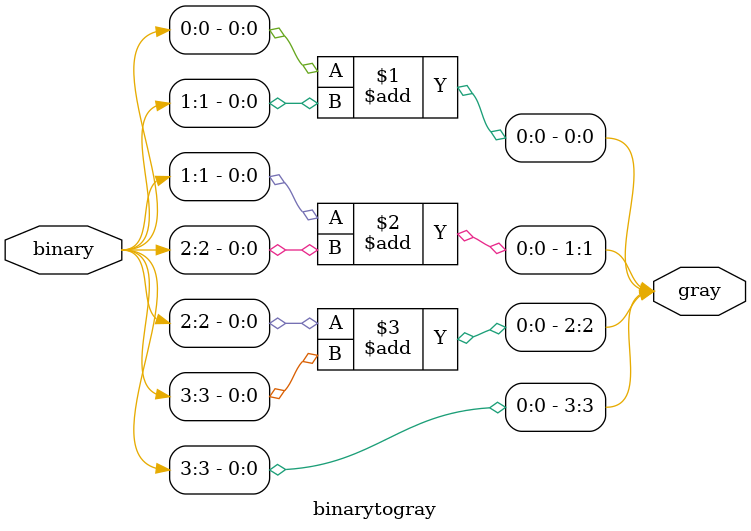
<source format=v>
`timescale 1ns / 1ps

module binarytogray #(parameter WIDTH=4)(
	input[WIDTH-1:0] binary,
	output[WIDTH-1:0] gray 
);

genvar i;
generate
	for (i=0; i<WIDTH-1; i=i+1) begin
		assign gray [i] = binary[i] + binary[i+1];
    end
endgenerate

assign gray[WIDTH-1] = binary[WIDTH-1];
endmodule


//Aleternative and compact approach
//module binarytogray #(parameter WIDTH=4)(
//	input[WIDTH-1:0] binary,
//	output[WIDTH-1:0] gray 
//);
//assign gray = binary ^ (binary >>1);
//endmodule
</source>
